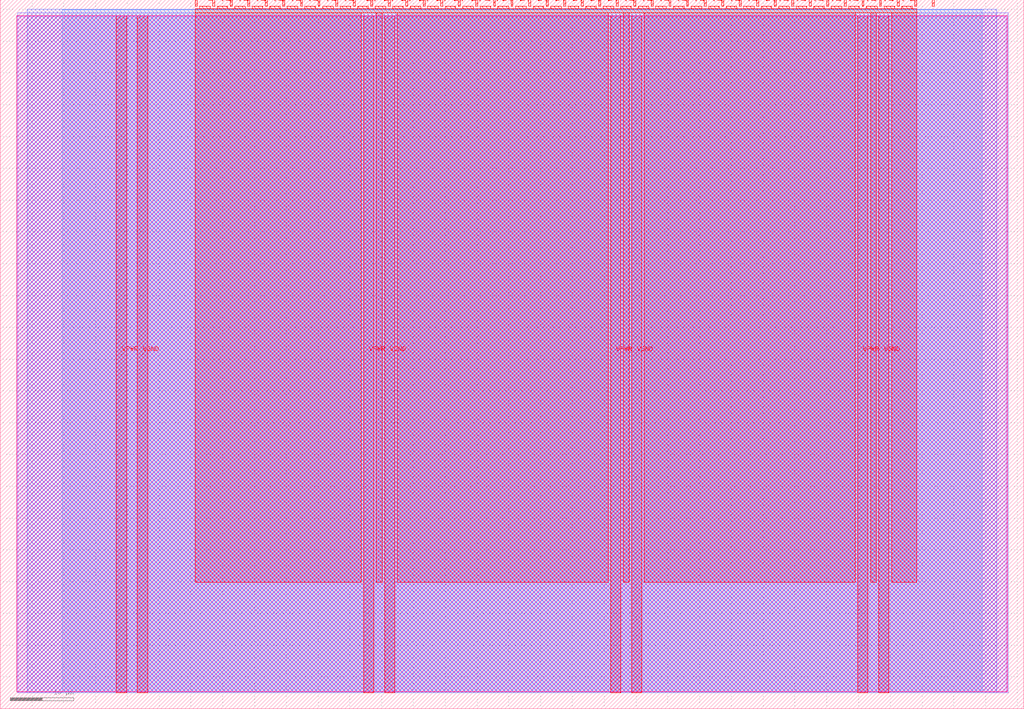
<source format=lef>
VERSION 5.7 ;
  NOWIREEXTENSIONATPIN ON ;
  DIVIDERCHAR "/" ;
  BUSBITCHARS "[]" ;
MACRO tt_um_urish_simon
  CLASS BLOCK ;
  FOREIGN tt_um_urish_simon ;
  ORIGIN 0.000 0.000 ;
  SIZE 161.000 BY 111.520 ;
  PIN VGND
    DIRECTION INOUT ;
    USE GROUND ;
    PORT
      LAYER met4 ;
        RECT 21.580 2.480 23.180 109.040 ;
    END
    PORT
      LAYER met4 ;
        RECT 60.450 2.480 62.050 109.040 ;
    END
    PORT
      LAYER met4 ;
        RECT 99.320 2.480 100.920 109.040 ;
    END
    PORT
      LAYER met4 ;
        RECT 138.190 2.480 139.790 109.040 ;
    END
  END VGND
  PIN VPWR
    DIRECTION INOUT ;
    USE POWER ;
    PORT
      LAYER met4 ;
        RECT 18.280 2.480 19.880 109.040 ;
    END
    PORT
      LAYER met4 ;
        RECT 57.150 2.480 58.750 109.040 ;
    END
    PORT
      LAYER met4 ;
        RECT 96.020 2.480 97.620 109.040 ;
    END
    PORT
      LAYER met4 ;
        RECT 134.890 2.480 136.490 109.040 ;
    END
  END VPWR
  PIN clk
    DIRECTION INPUT ;
    USE SIGNAL ;
    ANTENNAGATEAREA 0.196500 ;
    PORT
      LAYER met4 ;
        RECT 143.830 110.520 144.130 111.520 ;
    END
  END clk
  PIN ena
    DIRECTION INPUT ;
    USE SIGNAL ;
    PORT
      LAYER met4 ;
        RECT 146.590 110.520 146.890 111.520 ;
    END
  END ena
  PIN rst_n
    DIRECTION INPUT ;
    USE SIGNAL ;
    ANTENNAGATEAREA 0.196500 ;
    PORT
      LAYER met4 ;
        RECT 141.070 110.520 141.370 111.520 ;
    END
  END rst_n
  PIN ui_in[0]
    DIRECTION INPUT ;
    USE SIGNAL ;
    ANTENNAGATEAREA 0.126000 ;
    PORT
      LAYER met4 ;
        RECT 138.310 110.520 138.610 111.520 ;
    END
  END ui_in[0]
  PIN ui_in[1]
    DIRECTION INPUT ;
    USE SIGNAL ;
    ANTENNAGATEAREA 0.213000 ;
    PORT
      LAYER met4 ;
        RECT 135.550 110.520 135.850 111.520 ;
    END
  END ui_in[1]
  PIN ui_in[2]
    DIRECTION INPUT ;
    USE SIGNAL ;
    ANTENNAGATEAREA 0.196500 ;
    PORT
      LAYER met4 ;
        RECT 132.790 110.520 133.090 111.520 ;
    END
  END ui_in[2]
  PIN ui_in[3]
    DIRECTION INPUT ;
    USE SIGNAL ;
    ANTENNAGATEAREA 0.126000 ;
    PORT
      LAYER met4 ;
        RECT 130.030 110.520 130.330 111.520 ;
    END
  END ui_in[3]
  PIN ui_in[4]
    DIRECTION INPUT ;
    USE SIGNAL ;
    ANTENNAGATEAREA 0.126000 ;
    PORT
      LAYER met4 ;
        RECT 127.270 110.520 127.570 111.520 ;
    END
  END ui_in[4]
  PIN ui_in[5]
    DIRECTION INPUT ;
    USE SIGNAL ;
    PORT
      LAYER met4 ;
        RECT 124.510 110.520 124.810 111.520 ;
    END
  END ui_in[5]
  PIN ui_in[6]
    DIRECTION INPUT ;
    USE SIGNAL ;
    PORT
      LAYER met4 ;
        RECT 121.750 110.520 122.050 111.520 ;
    END
  END ui_in[6]
  PIN ui_in[7]
    DIRECTION INPUT ;
    USE SIGNAL ;
    ANTENNAGATEAREA 0.213000 ;
    PORT
      LAYER met4 ;
        RECT 118.990 110.520 119.290 111.520 ;
    END
  END ui_in[7]
  PIN uio_in[0]
    DIRECTION INPUT ;
    USE SIGNAL ;
    PORT
      LAYER met4 ;
        RECT 116.230 110.520 116.530 111.520 ;
    END
  END uio_in[0]
  PIN uio_in[1]
    DIRECTION INPUT ;
    USE SIGNAL ;
    PORT
      LAYER met4 ;
        RECT 113.470 110.520 113.770 111.520 ;
    END
  END uio_in[1]
  PIN uio_in[2]
    DIRECTION INPUT ;
    USE SIGNAL ;
    PORT
      LAYER met4 ;
        RECT 110.710 110.520 111.010 111.520 ;
    END
  END uio_in[2]
  PIN uio_in[3]
    DIRECTION INPUT ;
    USE SIGNAL ;
    PORT
      LAYER met4 ;
        RECT 107.950 110.520 108.250 111.520 ;
    END
  END uio_in[3]
  PIN uio_in[4]
    DIRECTION INPUT ;
    USE SIGNAL ;
    PORT
      LAYER met4 ;
        RECT 105.190 110.520 105.490 111.520 ;
    END
  END uio_in[4]
  PIN uio_in[5]
    DIRECTION INPUT ;
    USE SIGNAL ;
    PORT
      LAYER met4 ;
        RECT 102.430 110.520 102.730 111.520 ;
    END
  END uio_in[5]
  PIN uio_in[6]
    DIRECTION INPUT ;
    USE SIGNAL ;
    PORT
      LAYER met4 ;
        RECT 99.670 110.520 99.970 111.520 ;
    END
  END uio_in[6]
  PIN uio_in[7]
    DIRECTION INPUT ;
    USE SIGNAL ;
    PORT
      LAYER met4 ;
        RECT 96.910 110.520 97.210 111.520 ;
    END
  END uio_in[7]
  PIN uio_oe[0]
    DIRECTION OUTPUT ;
    USE SIGNAL ;
    PORT
      LAYER met4 ;
        RECT 49.990 110.520 50.290 111.520 ;
    END
  END uio_oe[0]
  PIN uio_oe[1]
    DIRECTION OUTPUT ;
    USE SIGNAL ;
    PORT
      LAYER met4 ;
        RECT 47.230 110.520 47.530 111.520 ;
    END
  END uio_oe[1]
  PIN uio_oe[2]
    DIRECTION OUTPUT ;
    USE SIGNAL ;
    PORT
      LAYER met4 ;
        RECT 44.470 110.520 44.770 111.520 ;
    END
  END uio_oe[2]
  PIN uio_oe[3]
    DIRECTION OUTPUT ;
    USE SIGNAL ;
    PORT
      LAYER met4 ;
        RECT 41.710 110.520 42.010 111.520 ;
    END
  END uio_oe[3]
  PIN uio_oe[4]
    DIRECTION OUTPUT ;
    USE SIGNAL ;
    PORT
      LAYER met4 ;
        RECT 38.950 110.520 39.250 111.520 ;
    END
  END uio_oe[4]
  PIN uio_oe[5]
    DIRECTION OUTPUT ;
    USE SIGNAL ;
    PORT
      LAYER met4 ;
        RECT 36.190 110.520 36.490 111.520 ;
    END
  END uio_oe[5]
  PIN uio_oe[6]
    DIRECTION OUTPUT ;
    USE SIGNAL ;
    PORT
      LAYER met4 ;
        RECT 33.430 110.520 33.730 111.520 ;
    END
  END uio_oe[6]
  PIN uio_oe[7]
    DIRECTION OUTPUT ;
    USE SIGNAL ;
    PORT
      LAYER met4 ;
        RECT 30.670 110.520 30.970 111.520 ;
    END
  END uio_oe[7]
  PIN uio_out[0]
    DIRECTION OUTPUT ;
    USE SIGNAL ;
    ANTENNADIFFAREA 0.445500 ;
    PORT
      LAYER met4 ;
        RECT 72.070 110.520 72.370 111.520 ;
    END
  END uio_out[0]
  PIN uio_out[1]
    DIRECTION OUTPUT ;
    USE SIGNAL ;
    ANTENNADIFFAREA 0.445500 ;
    PORT
      LAYER met4 ;
        RECT 69.310 110.520 69.610 111.520 ;
    END
  END uio_out[1]
  PIN uio_out[2]
    DIRECTION OUTPUT ;
    USE SIGNAL ;
    ANTENNADIFFAREA 0.445500 ;
    PORT
      LAYER met4 ;
        RECT 66.550 110.520 66.850 111.520 ;
    END
  END uio_out[2]
  PIN uio_out[3]
    DIRECTION OUTPUT ;
    USE SIGNAL ;
    ANTENNADIFFAREA 0.445500 ;
    PORT
      LAYER met4 ;
        RECT 63.790 110.520 64.090 111.520 ;
    END
  END uio_out[3]
  PIN uio_out[4]
    DIRECTION OUTPUT ;
    USE SIGNAL ;
    ANTENNADIFFAREA 0.445500 ;
    PORT
      LAYER met4 ;
        RECT 61.030 110.520 61.330 111.520 ;
    END
  END uio_out[4]
  PIN uio_out[5]
    DIRECTION OUTPUT ;
    USE SIGNAL ;
    ANTENNADIFFAREA 0.445500 ;
    PORT
      LAYER met4 ;
        RECT 58.270 110.520 58.570 111.520 ;
    END
  END uio_out[5]
  PIN uio_out[6]
    DIRECTION OUTPUT ;
    USE SIGNAL ;
    ANTENNADIFFAREA 0.445500 ;
    PORT
      LAYER met4 ;
        RECT 55.510 110.520 55.810 111.520 ;
    END
  END uio_out[6]
  PIN uio_out[7]
    DIRECTION OUTPUT ;
    USE SIGNAL ;
    PORT
      LAYER met4 ;
        RECT 52.750 110.520 53.050 111.520 ;
    END
  END uio_out[7]
  PIN uo_out[0]
    DIRECTION OUTPUT ;
    USE SIGNAL ;
    ANTENNAGATEAREA 0.247500 ;
    ANTENNADIFFAREA 0.445500 ;
    PORT
      LAYER met4 ;
        RECT 94.150 110.520 94.450 111.520 ;
    END
  END uo_out[0]
  PIN uo_out[1]
    DIRECTION OUTPUT ;
    USE SIGNAL ;
    ANTENNAGATEAREA 0.247500 ;
    ANTENNADIFFAREA 0.445500 ;
    PORT
      LAYER met4 ;
        RECT 91.390 110.520 91.690 111.520 ;
    END
  END uo_out[1]
  PIN uo_out[2]
    DIRECTION OUTPUT ;
    USE SIGNAL ;
    ANTENNAGATEAREA 0.247500 ;
    ANTENNADIFFAREA 0.445500 ;
    PORT
      LAYER met4 ;
        RECT 88.630 110.520 88.930 111.520 ;
    END
  END uo_out[2]
  PIN uo_out[3]
    DIRECTION OUTPUT ;
    USE SIGNAL ;
    ANTENNAGATEAREA 0.247500 ;
    ANTENNADIFFAREA 0.445500 ;
    PORT
      LAYER met4 ;
        RECT 85.870 110.520 86.170 111.520 ;
    END
  END uo_out[3]
  PIN uo_out[4]
    DIRECTION OUTPUT ;
    USE SIGNAL ;
    ANTENNADIFFAREA 0.445500 ;
    PORT
      LAYER met4 ;
        RECT 83.110 110.520 83.410 111.520 ;
    END
  END uo_out[4]
  PIN uo_out[5]
    DIRECTION OUTPUT ;
    USE SIGNAL ;
    ANTENNADIFFAREA 0.445500 ;
    PORT
      LAYER met4 ;
        RECT 80.350 110.520 80.650 111.520 ;
    END
  END uo_out[5]
  PIN uo_out[6]
    DIRECTION OUTPUT ;
    USE SIGNAL ;
    ANTENNADIFFAREA 0.445500 ;
    PORT
      LAYER met4 ;
        RECT 77.590 110.520 77.890 111.520 ;
    END
  END uo_out[6]
  PIN uo_out[7]
    DIRECTION OUTPUT ;
    USE SIGNAL ;
    ANTENNADIFFAREA 0.795200 ;
    PORT
      LAYER met4 ;
        RECT 74.830 110.520 75.130 111.520 ;
    END
  END uo_out[7]
  OBS
      LAYER nwell ;
        RECT 2.570 2.635 158.430 108.990 ;
      LAYER li1 ;
        RECT 2.760 2.635 158.240 108.885 ;
      LAYER met1 ;
        RECT 2.760 2.480 158.540 109.440 ;
      LAYER met2 ;
        RECT 4.240 2.535 156.760 110.005 ;
      LAYER met3 ;
        RECT 9.725 2.555 154.495 109.985 ;
      LAYER met4 ;
        RECT 31.370 110.120 33.030 110.520 ;
        RECT 34.130 110.120 35.790 110.520 ;
        RECT 36.890 110.120 38.550 110.520 ;
        RECT 39.650 110.120 41.310 110.520 ;
        RECT 42.410 110.120 44.070 110.520 ;
        RECT 45.170 110.120 46.830 110.520 ;
        RECT 47.930 110.120 49.590 110.520 ;
        RECT 50.690 110.120 52.350 110.520 ;
        RECT 53.450 110.120 55.110 110.520 ;
        RECT 56.210 110.120 57.870 110.520 ;
        RECT 58.970 110.120 60.630 110.520 ;
        RECT 61.730 110.120 63.390 110.520 ;
        RECT 64.490 110.120 66.150 110.520 ;
        RECT 67.250 110.120 68.910 110.520 ;
        RECT 70.010 110.120 71.670 110.520 ;
        RECT 72.770 110.120 74.430 110.520 ;
        RECT 75.530 110.120 77.190 110.520 ;
        RECT 78.290 110.120 79.950 110.520 ;
        RECT 81.050 110.120 82.710 110.520 ;
        RECT 83.810 110.120 85.470 110.520 ;
        RECT 86.570 110.120 88.230 110.520 ;
        RECT 89.330 110.120 90.990 110.520 ;
        RECT 92.090 110.120 93.750 110.520 ;
        RECT 94.850 110.120 96.510 110.520 ;
        RECT 97.610 110.120 99.270 110.520 ;
        RECT 100.370 110.120 102.030 110.520 ;
        RECT 103.130 110.120 104.790 110.520 ;
        RECT 105.890 110.120 107.550 110.520 ;
        RECT 108.650 110.120 110.310 110.520 ;
        RECT 111.410 110.120 113.070 110.520 ;
        RECT 114.170 110.120 115.830 110.520 ;
        RECT 116.930 110.120 118.590 110.520 ;
        RECT 119.690 110.120 121.350 110.520 ;
        RECT 122.450 110.120 124.110 110.520 ;
        RECT 125.210 110.120 126.870 110.520 ;
        RECT 127.970 110.120 129.630 110.520 ;
        RECT 130.730 110.120 132.390 110.520 ;
        RECT 133.490 110.120 135.150 110.520 ;
        RECT 136.250 110.120 137.910 110.520 ;
        RECT 139.010 110.120 140.670 110.520 ;
        RECT 141.770 110.120 143.430 110.520 ;
        RECT 30.655 109.440 144.145 110.120 ;
        RECT 30.655 19.895 56.750 109.440 ;
        RECT 59.150 19.895 60.050 109.440 ;
        RECT 62.450 19.895 95.620 109.440 ;
        RECT 98.020 19.895 98.920 109.440 ;
        RECT 101.320 19.895 134.490 109.440 ;
        RECT 136.890 19.895 137.790 109.440 ;
        RECT 140.190 19.895 144.145 109.440 ;
  END
END tt_um_urish_simon
END LIBRARY


</source>
